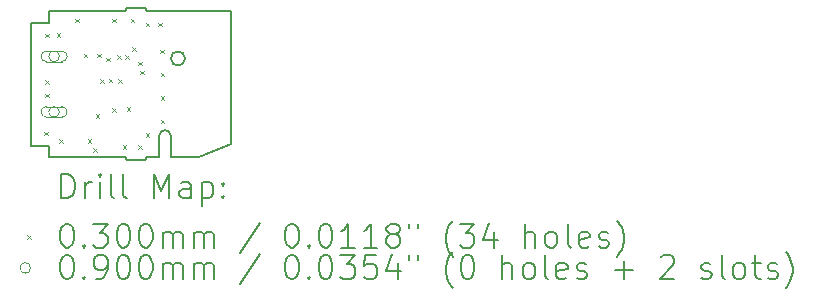
<source format=gbr>
%TF.GenerationSoftware,KiCad,Pcbnew,8.0.9-8.0.9-0~ubuntu22.04.1*%
%TF.CreationDate,2025-06-17T17:41:43-06:00*%
%TF.ProjectId,dongle,646f6e67-6c65-42e6-9b69-6361645f7063,rev?*%
%TF.SameCoordinates,Original*%
%TF.FileFunction,Drillmap*%
%TF.FilePolarity,Positive*%
%FSLAX45Y45*%
G04 Gerber Fmt 4.5, Leading zero omitted, Abs format (unit mm)*
G04 Created by KiCad (PCBNEW 8.0.9-8.0.9-0~ubuntu22.04.1) date 2025-06-17 17:41:43*
%MOMM*%
%LPD*%
G01*
G04 APERTURE LIST*
%ADD10C,0.150000*%
%ADD11C,0.200000*%
%ADD12C,0.100000*%
G04 APERTURE END LIST*
D10*
X14987500Y-8840000D02*
X14837500Y-8840000D01*
X15105000Y-9925000D02*
X15105000Y-10105000D01*
X14837500Y-10130000D02*
X14987500Y-10130000D01*
X14820000Y-8865000D02*
X14175000Y-8865000D01*
X14175000Y-10105000D02*
X14175000Y-10005000D01*
X14175000Y-10005000D02*
X14025000Y-10005000D01*
X15445000Y-10105000D02*
X15715000Y-9995000D01*
X15715000Y-8865000D02*
X15715000Y-9995000D01*
X15005000Y-8865000D02*
X14987500Y-8840000D01*
X15105000Y-8865000D02*
X15005001Y-8864999D01*
X15005000Y-10105000D02*
X15105000Y-10105000D01*
X14025000Y-8965000D02*
X14025000Y-10005000D01*
X14820000Y-10105000D02*
X14837500Y-10130000D01*
X14767500Y-10105000D02*
X14820000Y-10105000D01*
X14987500Y-10130000D02*
X15005000Y-10105000D01*
X15205000Y-9925000D02*
X15205000Y-10105000D01*
X15445000Y-10105000D02*
X15205000Y-10105000D01*
X14175000Y-8865000D02*
X14175000Y-8965000D01*
X14175000Y-8965000D02*
X14025000Y-8965000D01*
X15325000Y-9267500D02*
G75*
G02*
X15205000Y-9267500I-60000J0D01*
G01*
X15205000Y-9267500D02*
G75*
G02*
X15325000Y-9267500I60000J0D01*
G01*
X14837500Y-8840000D02*
X14820000Y-8865000D01*
X14175000Y-10105000D02*
X14767500Y-10105000D01*
X15715000Y-8865000D02*
X15105000Y-8865000D01*
X15105000Y-9925000D02*
G75*
G02*
X15205000Y-9925000I50000J0D01*
G01*
D11*
D12*
X14135000Y-9887500D02*
X14165000Y-9917500D01*
X14165000Y-9887500D02*
X14135000Y-9917500D01*
X14140000Y-9060000D02*
X14170000Y-9090000D01*
X14170000Y-9060000D02*
X14140000Y-9090000D01*
X14140000Y-9567500D02*
X14170000Y-9597500D01*
X14170000Y-9567500D02*
X14140000Y-9597500D01*
X14142500Y-9452500D02*
X14172500Y-9482500D01*
X14172500Y-9452500D02*
X14142500Y-9482500D01*
X14240000Y-9052500D02*
X14270000Y-9082500D01*
X14270000Y-9052500D02*
X14240000Y-9082500D01*
X14260000Y-9950000D02*
X14290000Y-9980000D01*
X14290000Y-9950000D02*
X14260000Y-9980000D01*
X14395000Y-8932500D02*
X14425000Y-8962500D01*
X14425000Y-8932500D02*
X14395000Y-8962500D01*
X14467500Y-9227500D02*
X14497500Y-9257500D01*
X14497500Y-9227500D02*
X14467500Y-9257500D01*
X14502500Y-9950000D02*
X14532500Y-9980000D01*
X14532500Y-9950000D02*
X14502500Y-9980000D01*
X14547500Y-10027500D02*
X14577500Y-10057500D01*
X14577500Y-10027500D02*
X14547500Y-10057500D01*
X14567500Y-9740000D02*
X14597500Y-9770000D01*
X14597500Y-9740000D02*
X14567500Y-9770000D01*
X14584000Y-9226000D02*
X14614000Y-9256000D01*
X14614000Y-9226000D02*
X14584000Y-9256000D01*
X14605000Y-9445000D02*
X14635000Y-9475000D01*
X14635000Y-9445000D02*
X14605000Y-9475000D01*
X14657500Y-9262500D02*
X14687500Y-9292500D01*
X14687500Y-9262500D02*
X14657500Y-9292500D01*
X14677500Y-9437500D02*
X14707500Y-9467500D01*
X14707500Y-9437500D02*
X14677500Y-9467500D01*
X14707500Y-8932500D02*
X14737500Y-8962500D01*
X14737500Y-8932500D02*
X14707500Y-8962500D01*
X14710000Y-9687500D02*
X14740000Y-9717500D01*
X14740000Y-9687500D02*
X14710000Y-9717500D01*
X14752500Y-9240000D02*
X14782500Y-9270000D01*
X14782500Y-9240000D02*
X14752500Y-9270000D01*
X14760000Y-9445000D02*
X14790000Y-9475000D01*
X14790000Y-9445000D02*
X14760000Y-9475000D01*
X14797500Y-10002500D02*
X14827500Y-10032500D01*
X14827500Y-10002500D02*
X14797500Y-10032500D01*
X14820000Y-9240000D02*
X14850000Y-9270000D01*
X14850000Y-9240000D02*
X14820000Y-9270000D01*
X14832500Y-9682500D02*
X14862500Y-9712500D01*
X14862500Y-9682500D02*
X14832500Y-9712500D01*
X14865000Y-8932500D02*
X14895000Y-8962500D01*
X14895000Y-8932500D02*
X14865000Y-8962500D01*
X14880000Y-9172500D02*
X14910000Y-9202500D01*
X14910000Y-9172500D02*
X14880000Y-9202500D01*
X14927500Y-9295000D02*
X14957500Y-9325000D01*
X14957500Y-9295000D02*
X14927500Y-9325000D01*
X14930000Y-10002500D02*
X14960000Y-10032500D01*
X14960000Y-10002500D02*
X14930000Y-10032500D01*
X14945000Y-9372500D02*
X14975000Y-9402500D01*
X14975000Y-9372500D02*
X14945000Y-9402500D01*
X14992500Y-8965000D02*
X15022500Y-8995000D01*
X15022500Y-8965000D02*
X14992500Y-8995000D01*
X14992500Y-9902500D02*
X15022500Y-9932500D01*
X15022500Y-9902500D02*
X14992500Y-9932500D01*
X15097500Y-8965000D02*
X15127500Y-8995000D01*
X15127500Y-8965000D02*
X15097500Y-8995000D01*
X15115000Y-9195000D02*
X15145000Y-9225000D01*
X15145000Y-9195000D02*
X15115000Y-9225000D01*
X15117500Y-9390000D02*
X15147500Y-9420000D01*
X15147500Y-9390000D02*
X15117500Y-9420000D01*
X15117500Y-9787500D02*
X15147500Y-9817500D01*
X15147500Y-9787500D02*
X15117500Y-9817500D01*
X15120000Y-9587500D02*
X15150000Y-9617500D01*
X15150000Y-9587500D02*
X15120000Y-9617500D01*
X14261349Y-9720000D02*
G75*
G02*
X14171349Y-9720000I-45000J0D01*
G01*
X14171349Y-9720000D02*
G75*
G02*
X14261349Y-9720000I45000J0D01*
G01*
X14151349Y-9765000D02*
X14281349Y-9765000D01*
X14281349Y-9675000D02*
G75*
G02*
X14281349Y-9765000I0J-45000D01*
G01*
X14281349Y-9675000D02*
X14151349Y-9675000D01*
X14151349Y-9675000D02*
G75*
G03*
X14151349Y-9765000I0J-45000D01*
G01*
X14261350Y-9250000D02*
G75*
G02*
X14171350Y-9250000I-45000J0D01*
G01*
X14171350Y-9250000D02*
G75*
G02*
X14261350Y-9250000I45000J0D01*
G01*
X14151350Y-9295000D02*
X14281350Y-9295000D01*
X14281350Y-9205000D02*
G75*
G02*
X14281350Y-9295000I0J-45000D01*
G01*
X14281350Y-9205000D02*
X14151350Y-9205000D01*
X14151350Y-9205000D02*
G75*
G03*
X14151350Y-9295000I0J-45000D01*
G01*
D11*
X14278277Y-10448984D02*
X14278277Y-10248984D01*
X14278277Y-10248984D02*
X14325896Y-10248984D01*
X14325896Y-10248984D02*
X14354467Y-10258508D01*
X14354467Y-10258508D02*
X14373515Y-10277555D01*
X14373515Y-10277555D02*
X14383039Y-10296603D01*
X14383039Y-10296603D02*
X14392562Y-10334698D01*
X14392562Y-10334698D02*
X14392562Y-10363270D01*
X14392562Y-10363270D02*
X14383039Y-10401365D01*
X14383039Y-10401365D02*
X14373515Y-10420412D01*
X14373515Y-10420412D02*
X14354467Y-10439460D01*
X14354467Y-10439460D02*
X14325896Y-10448984D01*
X14325896Y-10448984D02*
X14278277Y-10448984D01*
X14478277Y-10448984D02*
X14478277Y-10315650D01*
X14478277Y-10353746D02*
X14487801Y-10334698D01*
X14487801Y-10334698D02*
X14497324Y-10325174D01*
X14497324Y-10325174D02*
X14516372Y-10315650D01*
X14516372Y-10315650D02*
X14535420Y-10315650D01*
X14602086Y-10448984D02*
X14602086Y-10315650D01*
X14602086Y-10248984D02*
X14592562Y-10258508D01*
X14592562Y-10258508D02*
X14602086Y-10268031D01*
X14602086Y-10268031D02*
X14611610Y-10258508D01*
X14611610Y-10258508D02*
X14602086Y-10248984D01*
X14602086Y-10248984D02*
X14602086Y-10268031D01*
X14725896Y-10448984D02*
X14706848Y-10439460D01*
X14706848Y-10439460D02*
X14697324Y-10420412D01*
X14697324Y-10420412D02*
X14697324Y-10248984D01*
X14830658Y-10448984D02*
X14811610Y-10439460D01*
X14811610Y-10439460D02*
X14802086Y-10420412D01*
X14802086Y-10420412D02*
X14802086Y-10248984D01*
X15059229Y-10448984D02*
X15059229Y-10248984D01*
X15059229Y-10248984D02*
X15125896Y-10391841D01*
X15125896Y-10391841D02*
X15192562Y-10248984D01*
X15192562Y-10248984D02*
X15192562Y-10448984D01*
X15373515Y-10448984D02*
X15373515Y-10344222D01*
X15373515Y-10344222D02*
X15363991Y-10325174D01*
X15363991Y-10325174D02*
X15344943Y-10315650D01*
X15344943Y-10315650D02*
X15306848Y-10315650D01*
X15306848Y-10315650D02*
X15287801Y-10325174D01*
X15373515Y-10439460D02*
X15354467Y-10448984D01*
X15354467Y-10448984D02*
X15306848Y-10448984D01*
X15306848Y-10448984D02*
X15287801Y-10439460D01*
X15287801Y-10439460D02*
X15278277Y-10420412D01*
X15278277Y-10420412D02*
X15278277Y-10401365D01*
X15278277Y-10401365D02*
X15287801Y-10382317D01*
X15287801Y-10382317D02*
X15306848Y-10372793D01*
X15306848Y-10372793D02*
X15354467Y-10372793D01*
X15354467Y-10372793D02*
X15373515Y-10363270D01*
X15468753Y-10315650D02*
X15468753Y-10515650D01*
X15468753Y-10325174D02*
X15487801Y-10315650D01*
X15487801Y-10315650D02*
X15525896Y-10315650D01*
X15525896Y-10315650D02*
X15544943Y-10325174D01*
X15544943Y-10325174D02*
X15554467Y-10334698D01*
X15554467Y-10334698D02*
X15563991Y-10353746D01*
X15563991Y-10353746D02*
X15563991Y-10410889D01*
X15563991Y-10410889D02*
X15554467Y-10429936D01*
X15554467Y-10429936D02*
X15544943Y-10439460D01*
X15544943Y-10439460D02*
X15525896Y-10448984D01*
X15525896Y-10448984D02*
X15487801Y-10448984D01*
X15487801Y-10448984D02*
X15468753Y-10439460D01*
X15649705Y-10429936D02*
X15659229Y-10439460D01*
X15659229Y-10439460D02*
X15649705Y-10448984D01*
X15649705Y-10448984D02*
X15640182Y-10439460D01*
X15640182Y-10439460D02*
X15649705Y-10429936D01*
X15649705Y-10429936D02*
X15649705Y-10448984D01*
X15649705Y-10325174D02*
X15659229Y-10334698D01*
X15659229Y-10334698D02*
X15649705Y-10344222D01*
X15649705Y-10344222D02*
X15640182Y-10334698D01*
X15640182Y-10334698D02*
X15649705Y-10325174D01*
X15649705Y-10325174D02*
X15649705Y-10344222D01*
D12*
X13987500Y-10762500D02*
X14017500Y-10792500D01*
X14017500Y-10762500D02*
X13987500Y-10792500D01*
D11*
X14316372Y-10668984D02*
X14335420Y-10668984D01*
X14335420Y-10668984D02*
X14354467Y-10678508D01*
X14354467Y-10678508D02*
X14363991Y-10688031D01*
X14363991Y-10688031D02*
X14373515Y-10707079D01*
X14373515Y-10707079D02*
X14383039Y-10745174D01*
X14383039Y-10745174D02*
X14383039Y-10792793D01*
X14383039Y-10792793D02*
X14373515Y-10830889D01*
X14373515Y-10830889D02*
X14363991Y-10849936D01*
X14363991Y-10849936D02*
X14354467Y-10859460D01*
X14354467Y-10859460D02*
X14335420Y-10868984D01*
X14335420Y-10868984D02*
X14316372Y-10868984D01*
X14316372Y-10868984D02*
X14297324Y-10859460D01*
X14297324Y-10859460D02*
X14287801Y-10849936D01*
X14287801Y-10849936D02*
X14278277Y-10830889D01*
X14278277Y-10830889D02*
X14268753Y-10792793D01*
X14268753Y-10792793D02*
X14268753Y-10745174D01*
X14268753Y-10745174D02*
X14278277Y-10707079D01*
X14278277Y-10707079D02*
X14287801Y-10688031D01*
X14287801Y-10688031D02*
X14297324Y-10678508D01*
X14297324Y-10678508D02*
X14316372Y-10668984D01*
X14468753Y-10849936D02*
X14478277Y-10859460D01*
X14478277Y-10859460D02*
X14468753Y-10868984D01*
X14468753Y-10868984D02*
X14459229Y-10859460D01*
X14459229Y-10859460D02*
X14468753Y-10849936D01*
X14468753Y-10849936D02*
X14468753Y-10868984D01*
X14544943Y-10668984D02*
X14668753Y-10668984D01*
X14668753Y-10668984D02*
X14602086Y-10745174D01*
X14602086Y-10745174D02*
X14630658Y-10745174D01*
X14630658Y-10745174D02*
X14649705Y-10754698D01*
X14649705Y-10754698D02*
X14659229Y-10764222D01*
X14659229Y-10764222D02*
X14668753Y-10783270D01*
X14668753Y-10783270D02*
X14668753Y-10830889D01*
X14668753Y-10830889D02*
X14659229Y-10849936D01*
X14659229Y-10849936D02*
X14649705Y-10859460D01*
X14649705Y-10859460D02*
X14630658Y-10868984D01*
X14630658Y-10868984D02*
X14573515Y-10868984D01*
X14573515Y-10868984D02*
X14554467Y-10859460D01*
X14554467Y-10859460D02*
X14544943Y-10849936D01*
X14792562Y-10668984D02*
X14811610Y-10668984D01*
X14811610Y-10668984D02*
X14830658Y-10678508D01*
X14830658Y-10678508D02*
X14840182Y-10688031D01*
X14840182Y-10688031D02*
X14849705Y-10707079D01*
X14849705Y-10707079D02*
X14859229Y-10745174D01*
X14859229Y-10745174D02*
X14859229Y-10792793D01*
X14859229Y-10792793D02*
X14849705Y-10830889D01*
X14849705Y-10830889D02*
X14840182Y-10849936D01*
X14840182Y-10849936D02*
X14830658Y-10859460D01*
X14830658Y-10859460D02*
X14811610Y-10868984D01*
X14811610Y-10868984D02*
X14792562Y-10868984D01*
X14792562Y-10868984D02*
X14773515Y-10859460D01*
X14773515Y-10859460D02*
X14763991Y-10849936D01*
X14763991Y-10849936D02*
X14754467Y-10830889D01*
X14754467Y-10830889D02*
X14744943Y-10792793D01*
X14744943Y-10792793D02*
X14744943Y-10745174D01*
X14744943Y-10745174D02*
X14754467Y-10707079D01*
X14754467Y-10707079D02*
X14763991Y-10688031D01*
X14763991Y-10688031D02*
X14773515Y-10678508D01*
X14773515Y-10678508D02*
X14792562Y-10668984D01*
X14983039Y-10668984D02*
X15002086Y-10668984D01*
X15002086Y-10668984D02*
X15021134Y-10678508D01*
X15021134Y-10678508D02*
X15030658Y-10688031D01*
X15030658Y-10688031D02*
X15040182Y-10707079D01*
X15040182Y-10707079D02*
X15049705Y-10745174D01*
X15049705Y-10745174D02*
X15049705Y-10792793D01*
X15049705Y-10792793D02*
X15040182Y-10830889D01*
X15040182Y-10830889D02*
X15030658Y-10849936D01*
X15030658Y-10849936D02*
X15021134Y-10859460D01*
X15021134Y-10859460D02*
X15002086Y-10868984D01*
X15002086Y-10868984D02*
X14983039Y-10868984D01*
X14983039Y-10868984D02*
X14963991Y-10859460D01*
X14963991Y-10859460D02*
X14954467Y-10849936D01*
X14954467Y-10849936D02*
X14944943Y-10830889D01*
X14944943Y-10830889D02*
X14935420Y-10792793D01*
X14935420Y-10792793D02*
X14935420Y-10745174D01*
X14935420Y-10745174D02*
X14944943Y-10707079D01*
X14944943Y-10707079D02*
X14954467Y-10688031D01*
X14954467Y-10688031D02*
X14963991Y-10678508D01*
X14963991Y-10678508D02*
X14983039Y-10668984D01*
X15135420Y-10868984D02*
X15135420Y-10735650D01*
X15135420Y-10754698D02*
X15144943Y-10745174D01*
X15144943Y-10745174D02*
X15163991Y-10735650D01*
X15163991Y-10735650D02*
X15192563Y-10735650D01*
X15192563Y-10735650D02*
X15211610Y-10745174D01*
X15211610Y-10745174D02*
X15221134Y-10764222D01*
X15221134Y-10764222D02*
X15221134Y-10868984D01*
X15221134Y-10764222D02*
X15230658Y-10745174D01*
X15230658Y-10745174D02*
X15249705Y-10735650D01*
X15249705Y-10735650D02*
X15278277Y-10735650D01*
X15278277Y-10735650D02*
X15297324Y-10745174D01*
X15297324Y-10745174D02*
X15306848Y-10764222D01*
X15306848Y-10764222D02*
X15306848Y-10868984D01*
X15402086Y-10868984D02*
X15402086Y-10735650D01*
X15402086Y-10754698D02*
X15411610Y-10745174D01*
X15411610Y-10745174D02*
X15430658Y-10735650D01*
X15430658Y-10735650D02*
X15459229Y-10735650D01*
X15459229Y-10735650D02*
X15478277Y-10745174D01*
X15478277Y-10745174D02*
X15487801Y-10764222D01*
X15487801Y-10764222D02*
X15487801Y-10868984D01*
X15487801Y-10764222D02*
X15497324Y-10745174D01*
X15497324Y-10745174D02*
X15516372Y-10735650D01*
X15516372Y-10735650D02*
X15544943Y-10735650D01*
X15544943Y-10735650D02*
X15563991Y-10745174D01*
X15563991Y-10745174D02*
X15573515Y-10764222D01*
X15573515Y-10764222D02*
X15573515Y-10868984D01*
X15963991Y-10659460D02*
X15792563Y-10916603D01*
X16221134Y-10668984D02*
X16240182Y-10668984D01*
X16240182Y-10668984D02*
X16259229Y-10678508D01*
X16259229Y-10678508D02*
X16268753Y-10688031D01*
X16268753Y-10688031D02*
X16278277Y-10707079D01*
X16278277Y-10707079D02*
X16287801Y-10745174D01*
X16287801Y-10745174D02*
X16287801Y-10792793D01*
X16287801Y-10792793D02*
X16278277Y-10830889D01*
X16278277Y-10830889D02*
X16268753Y-10849936D01*
X16268753Y-10849936D02*
X16259229Y-10859460D01*
X16259229Y-10859460D02*
X16240182Y-10868984D01*
X16240182Y-10868984D02*
X16221134Y-10868984D01*
X16221134Y-10868984D02*
X16202086Y-10859460D01*
X16202086Y-10859460D02*
X16192563Y-10849936D01*
X16192563Y-10849936D02*
X16183039Y-10830889D01*
X16183039Y-10830889D02*
X16173515Y-10792793D01*
X16173515Y-10792793D02*
X16173515Y-10745174D01*
X16173515Y-10745174D02*
X16183039Y-10707079D01*
X16183039Y-10707079D02*
X16192563Y-10688031D01*
X16192563Y-10688031D02*
X16202086Y-10678508D01*
X16202086Y-10678508D02*
X16221134Y-10668984D01*
X16373515Y-10849936D02*
X16383039Y-10859460D01*
X16383039Y-10859460D02*
X16373515Y-10868984D01*
X16373515Y-10868984D02*
X16363991Y-10859460D01*
X16363991Y-10859460D02*
X16373515Y-10849936D01*
X16373515Y-10849936D02*
X16373515Y-10868984D01*
X16506848Y-10668984D02*
X16525896Y-10668984D01*
X16525896Y-10668984D02*
X16544944Y-10678508D01*
X16544944Y-10678508D02*
X16554467Y-10688031D01*
X16554467Y-10688031D02*
X16563991Y-10707079D01*
X16563991Y-10707079D02*
X16573515Y-10745174D01*
X16573515Y-10745174D02*
X16573515Y-10792793D01*
X16573515Y-10792793D02*
X16563991Y-10830889D01*
X16563991Y-10830889D02*
X16554467Y-10849936D01*
X16554467Y-10849936D02*
X16544944Y-10859460D01*
X16544944Y-10859460D02*
X16525896Y-10868984D01*
X16525896Y-10868984D02*
X16506848Y-10868984D01*
X16506848Y-10868984D02*
X16487801Y-10859460D01*
X16487801Y-10859460D02*
X16478277Y-10849936D01*
X16478277Y-10849936D02*
X16468753Y-10830889D01*
X16468753Y-10830889D02*
X16459229Y-10792793D01*
X16459229Y-10792793D02*
X16459229Y-10745174D01*
X16459229Y-10745174D02*
X16468753Y-10707079D01*
X16468753Y-10707079D02*
X16478277Y-10688031D01*
X16478277Y-10688031D02*
X16487801Y-10678508D01*
X16487801Y-10678508D02*
X16506848Y-10668984D01*
X16763991Y-10868984D02*
X16649706Y-10868984D01*
X16706848Y-10868984D02*
X16706848Y-10668984D01*
X16706848Y-10668984D02*
X16687801Y-10697555D01*
X16687801Y-10697555D02*
X16668753Y-10716603D01*
X16668753Y-10716603D02*
X16649706Y-10726127D01*
X16954468Y-10868984D02*
X16840182Y-10868984D01*
X16897325Y-10868984D02*
X16897325Y-10668984D01*
X16897325Y-10668984D02*
X16878277Y-10697555D01*
X16878277Y-10697555D02*
X16859229Y-10716603D01*
X16859229Y-10716603D02*
X16840182Y-10726127D01*
X17068753Y-10754698D02*
X17049706Y-10745174D01*
X17049706Y-10745174D02*
X17040182Y-10735650D01*
X17040182Y-10735650D02*
X17030658Y-10716603D01*
X17030658Y-10716603D02*
X17030658Y-10707079D01*
X17030658Y-10707079D02*
X17040182Y-10688031D01*
X17040182Y-10688031D02*
X17049706Y-10678508D01*
X17049706Y-10678508D02*
X17068753Y-10668984D01*
X17068753Y-10668984D02*
X17106849Y-10668984D01*
X17106849Y-10668984D02*
X17125896Y-10678508D01*
X17125896Y-10678508D02*
X17135420Y-10688031D01*
X17135420Y-10688031D02*
X17144944Y-10707079D01*
X17144944Y-10707079D02*
X17144944Y-10716603D01*
X17144944Y-10716603D02*
X17135420Y-10735650D01*
X17135420Y-10735650D02*
X17125896Y-10745174D01*
X17125896Y-10745174D02*
X17106849Y-10754698D01*
X17106849Y-10754698D02*
X17068753Y-10754698D01*
X17068753Y-10754698D02*
X17049706Y-10764222D01*
X17049706Y-10764222D02*
X17040182Y-10773746D01*
X17040182Y-10773746D02*
X17030658Y-10792793D01*
X17030658Y-10792793D02*
X17030658Y-10830889D01*
X17030658Y-10830889D02*
X17040182Y-10849936D01*
X17040182Y-10849936D02*
X17049706Y-10859460D01*
X17049706Y-10859460D02*
X17068753Y-10868984D01*
X17068753Y-10868984D02*
X17106849Y-10868984D01*
X17106849Y-10868984D02*
X17125896Y-10859460D01*
X17125896Y-10859460D02*
X17135420Y-10849936D01*
X17135420Y-10849936D02*
X17144944Y-10830889D01*
X17144944Y-10830889D02*
X17144944Y-10792793D01*
X17144944Y-10792793D02*
X17135420Y-10773746D01*
X17135420Y-10773746D02*
X17125896Y-10764222D01*
X17125896Y-10764222D02*
X17106849Y-10754698D01*
X17221134Y-10668984D02*
X17221134Y-10707079D01*
X17297325Y-10668984D02*
X17297325Y-10707079D01*
X17592563Y-10945174D02*
X17583039Y-10935650D01*
X17583039Y-10935650D02*
X17563991Y-10907079D01*
X17563991Y-10907079D02*
X17554468Y-10888031D01*
X17554468Y-10888031D02*
X17544944Y-10859460D01*
X17544944Y-10859460D02*
X17535420Y-10811841D01*
X17535420Y-10811841D02*
X17535420Y-10773746D01*
X17535420Y-10773746D02*
X17544944Y-10726127D01*
X17544944Y-10726127D02*
X17554468Y-10697555D01*
X17554468Y-10697555D02*
X17563991Y-10678508D01*
X17563991Y-10678508D02*
X17583039Y-10649936D01*
X17583039Y-10649936D02*
X17592563Y-10640412D01*
X17649706Y-10668984D02*
X17773515Y-10668984D01*
X17773515Y-10668984D02*
X17706849Y-10745174D01*
X17706849Y-10745174D02*
X17735420Y-10745174D01*
X17735420Y-10745174D02*
X17754468Y-10754698D01*
X17754468Y-10754698D02*
X17763991Y-10764222D01*
X17763991Y-10764222D02*
X17773515Y-10783270D01*
X17773515Y-10783270D02*
X17773515Y-10830889D01*
X17773515Y-10830889D02*
X17763991Y-10849936D01*
X17763991Y-10849936D02*
X17754468Y-10859460D01*
X17754468Y-10859460D02*
X17735420Y-10868984D01*
X17735420Y-10868984D02*
X17678277Y-10868984D01*
X17678277Y-10868984D02*
X17659230Y-10859460D01*
X17659230Y-10859460D02*
X17649706Y-10849936D01*
X17944944Y-10735650D02*
X17944944Y-10868984D01*
X17897325Y-10659460D02*
X17849706Y-10802317D01*
X17849706Y-10802317D02*
X17973515Y-10802317D01*
X18202087Y-10868984D02*
X18202087Y-10668984D01*
X18287801Y-10868984D02*
X18287801Y-10764222D01*
X18287801Y-10764222D02*
X18278277Y-10745174D01*
X18278277Y-10745174D02*
X18259230Y-10735650D01*
X18259230Y-10735650D02*
X18230658Y-10735650D01*
X18230658Y-10735650D02*
X18211611Y-10745174D01*
X18211611Y-10745174D02*
X18202087Y-10754698D01*
X18411611Y-10868984D02*
X18392563Y-10859460D01*
X18392563Y-10859460D02*
X18383039Y-10849936D01*
X18383039Y-10849936D02*
X18373515Y-10830889D01*
X18373515Y-10830889D02*
X18373515Y-10773746D01*
X18373515Y-10773746D02*
X18383039Y-10754698D01*
X18383039Y-10754698D02*
X18392563Y-10745174D01*
X18392563Y-10745174D02*
X18411611Y-10735650D01*
X18411611Y-10735650D02*
X18440182Y-10735650D01*
X18440182Y-10735650D02*
X18459230Y-10745174D01*
X18459230Y-10745174D02*
X18468753Y-10754698D01*
X18468753Y-10754698D02*
X18478277Y-10773746D01*
X18478277Y-10773746D02*
X18478277Y-10830889D01*
X18478277Y-10830889D02*
X18468753Y-10849936D01*
X18468753Y-10849936D02*
X18459230Y-10859460D01*
X18459230Y-10859460D02*
X18440182Y-10868984D01*
X18440182Y-10868984D02*
X18411611Y-10868984D01*
X18592563Y-10868984D02*
X18573515Y-10859460D01*
X18573515Y-10859460D02*
X18563992Y-10840412D01*
X18563992Y-10840412D02*
X18563992Y-10668984D01*
X18744944Y-10859460D02*
X18725896Y-10868984D01*
X18725896Y-10868984D02*
X18687801Y-10868984D01*
X18687801Y-10868984D02*
X18668753Y-10859460D01*
X18668753Y-10859460D02*
X18659230Y-10840412D01*
X18659230Y-10840412D02*
X18659230Y-10764222D01*
X18659230Y-10764222D02*
X18668753Y-10745174D01*
X18668753Y-10745174D02*
X18687801Y-10735650D01*
X18687801Y-10735650D02*
X18725896Y-10735650D01*
X18725896Y-10735650D02*
X18744944Y-10745174D01*
X18744944Y-10745174D02*
X18754468Y-10764222D01*
X18754468Y-10764222D02*
X18754468Y-10783270D01*
X18754468Y-10783270D02*
X18659230Y-10802317D01*
X18830658Y-10859460D02*
X18849706Y-10868984D01*
X18849706Y-10868984D02*
X18887801Y-10868984D01*
X18887801Y-10868984D02*
X18906849Y-10859460D01*
X18906849Y-10859460D02*
X18916373Y-10840412D01*
X18916373Y-10840412D02*
X18916373Y-10830889D01*
X18916373Y-10830889D02*
X18906849Y-10811841D01*
X18906849Y-10811841D02*
X18887801Y-10802317D01*
X18887801Y-10802317D02*
X18859230Y-10802317D01*
X18859230Y-10802317D02*
X18840182Y-10792793D01*
X18840182Y-10792793D02*
X18830658Y-10773746D01*
X18830658Y-10773746D02*
X18830658Y-10764222D01*
X18830658Y-10764222D02*
X18840182Y-10745174D01*
X18840182Y-10745174D02*
X18859230Y-10735650D01*
X18859230Y-10735650D02*
X18887801Y-10735650D01*
X18887801Y-10735650D02*
X18906849Y-10745174D01*
X18983039Y-10945174D02*
X18992563Y-10935650D01*
X18992563Y-10935650D02*
X19011611Y-10907079D01*
X19011611Y-10907079D02*
X19021134Y-10888031D01*
X19021134Y-10888031D02*
X19030658Y-10859460D01*
X19030658Y-10859460D02*
X19040182Y-10811841D01*
X19040182Y-10811841D02*
X19040182Y-10773746D01*
X19040182Y-10773746D02*
X19030658Y-10726127D01*
X19030658Y-10726127D02*
X19021134Y-10697555D01*
X19021134Y-10697555D02*
X19011611Y-10678508D01*
X19011611Y-10678508D02*
X18992563Y-10649936D01*
X18992563Y-10649936D02*
X18983039Y-10640412D01*
D12*
X14017500Y-11041500D02*
G75*
G02*
X13927500Y-11041500I-45000J0D01*
G01*
X13927500Y-11041500D02*
G75*
G02*
X14017500Y-11041500I45000J0D01*
G01*
D11*
X14316372Y-10932984D02*
X14335420Y-10932984D01*
X14335420Y-10932984D02*
X14354467Y-10942508D01*
X14354467Y-10942508D02*
X14363991Y-10952031D01*
X14363991Y-10952031D02*
X14373515Y-10971079D01*
X14373515Y-10971079D02*
X14383039Y-11009174D01*
X14383039Y-11009174D02*
X14383039Y-11056793D01*
X14383039Y-11056793D02*
X14373515Y-11094889D01*
X14373515Y-11094889D02*
X14363991Y-11113936D01*
X14363991Y-11113936D02*
X14354467Y-11123460D01*
X14354467Y-11123460D02*
X14335420Y-11132984D01*
X14335420Y-11132984D02*
X14316372Y-11132984D01*
X14316372Y-11132984D02*
X14297324Y-11123460D01*
X14297324Y-11123460D02*
X14287801Y-11113936D01*
X14287801Y-11113936D02*
X14278277Y-11094889D01*
X14278277Y-11094889D02*
X14268753Y-11056793D01*
X14268753Y-11056793D02*
X14268753Y-11009174D01*
X14268753Y-11009174D02*
X14278277Y-10971079D01*
X14278277Y-10971079D02*
X14287801Y-10952031D01*
X14287801Y-10952031D02*
X14297324Y-10942508D01*
X14297324Y-10942508D02*
X14316372Y-10932984D01*
X14468753Y-11113936D02*
X14478277Y-11123460D01*
X14478277Y-11123460D02*
X14468753Y-11132984D01*
X14468753Y-11132984D02*
X14459229Y-11123460D01*
X14459229Y-11123460D02*
X14468753Y-11113936D01*
X14468753Y-11113936D02*
X14468753Y-11132984D01*
X14573515Y-11132984D02*
X14611610Y-11132984D01*
X14611610Y-11132984D02*
X14630658Y-11123460D01*
X14630658Y-11123460D02*
X14640182Y-11113936D01*
X14640182Y-11113936D02*
X14659229Y-11085365D01*
X14659229Y-11085365D02*
X14668753Y-11047270D01*
X14668753Y-11047270D02*
X14668753Y-10971079D01*
X14668753Y-10971079D02*
X14659229Y-10952031D01*
X14659229Y-10952031D02*
X14649705Y-10942508D01*
X14649705Y-10942508D02*
X14630658Y-10932984D01*
X14630658Y-10932984D02*
X14592562Y-10932984D01*
X14592562Y-10932984D02*
X14573515Y-10942508D01*
X14573515Y-10942508D02*
X14563991Y-10952031D01*
X14563991Y-10952031D02*
X14554467Y-10971079D01*
X14554467Y-10971079D02*
X14554467Y-11018698D01*
X14554467Y-11018698D02*
X14563991Y-11037746D01*
X14563991Y-11037746D02*
X14573515Y-11047270D01*
X14573515Y-11047270D02*
X14592562Y-11056793D01*
X14592562Y-11056793D02*
X14630658Y-11056793D01*
X14630658Y-11056793D02*
X14649705Y-11047270D01*
X14649705Y-11047270D02*
X14659229Y-11037746D01*
X14659229Y-11037746D02*
X14668753Y-11018698D01*
X14792562Y-10932984D02*
X14811610Y-10932984D01*
X14811610Y-10932984D02*
X14830658Y-10942508D01*
X14830658Y-10942508D02*
X14840182Y-10952031D01*
X14840182Y-10952031D02*
X14849705Y-10971079D01*
X14849705Y-10971079D02*
X14859229Y-11009174D01*
X14859229Y-11009174D02*
X14859229Y-11056793D01*
X14859229Y-11056793D02*
X14849705Y-11094889D01*
X14849705Y-11094889D02*
X14840182Y-11113936D01*
X14840182Y-11113936D02*
X14830658Y-11123460D01*
X14830658Y-11123460D02*
X14811610Y-11132984D01*
X14811610Y-11132984D02*
X14792562Y-11132984D01*
X14792562Y-11132984D02*
X14773515Y-11123460D01*
X14773515Y-11123460D02*
X14763991Y-11113936D01*
X14763991Y-11113936D02*
X14754467Y-11094889D01*
X14754467Y-11094889D02*
X14744943Y-11056793D01*
X14744943Y-11056793D02*
X14744943Y-11009174D01*
X14744943Y-11009174D02*
X14754467Y-10971079D01*
X14754467Y-10971079D02*
X14763991Y-10952031D01*
X14763991Y-10952031D02*
X14773515Y-10942508D01*
X14773515Y-10942508D02*
X14792562Y-10932984D01*
X14983039Y-10932984D02*
X15002086Y-10932984D01*
X15002086Y-10932984D02*
X15021134Y-10942508D01*
X15021134Y-10942508D02*
X15030658Y-10952031D01*
X15030658Y-10952031D02*
X15040182Y-10971079D01*
X15040182Y-10971079D02*
X15049705Y-11009174D01*
X15049705Y-11009174D02*
X15049705Y-11056793D01*
X15049705Y-11056793D02*
X15040182Y-11094889D01*
X15040182Y-11094889D02*
X15030658Y-11113936D01*
X15030658Y-11113936D02*
X15021134Y-11123460D01*
X15021134Y-11123460D02*
X15002086Y-11132984D01*
X15002086Y-11132984D02*
X14983039Y-11132984D01*
X14983039Y-11132984D02*
X14963991Y-11123460D01*
X14963991Y-11123460D02*
X14954467Y-11113936D01*
X14954467Y-11113936D02*
X14944943Y-11094889D01*
X14944943Y-11094889D02*
X14935420Y-11056793D01*
X14935420Y-11056793D02*
X14935420Y-11009174D01*
X14935420Y-11009174D02*
X14944943Y-10971079D01*
X14944943Y-10971079D02*
X14954467Y-10952031D01*
X14954467Y-10952031D02*
X14963991Y-10942508D01*
X14963991Y-10942508D02*
X14983039Y-10932984D01*
X15135420Y-11132984D02*
X15135420Y-10999650D01*
X15135420Y-11018698D02*
X15144943Y-11009174D01*
X15144943Y-11009174D02*
X15163991Y-10999650D01*
X15163991Y-10999650D02*
X15192563Y-10999650D01*
X15192563Y-10999650D02*
X15211610Y-11009174D01*
X15211610Y-11009174D02*
X15221134Y-11028222D01*
X15221134Y-11028222D02*
X15221134Y-11132984D01*
X15221134Y-11028222D02*
X15230658Y-11009174D01*
X15230658Y-11009174D02*
X15249705Y-10999650D01*
X15249705Y-10999650D02*
X15278277Y-10999650D01*
X15278277Y-10999650D02*
X15297324Y-11009174D01*
X15297324Y-11009174D02*
X15306848Y-11028222D01*
X15306848Y-11028222D02*
X15306848Y-11132984D01*
X15402086Y-11132984D02*
X15402086Y-10999650D01*
X15402086Y-11018698D02*
X15411610Y-11009174D01*
X15411610Y-11009174D02*
X15430658Y-10999650D01*
X15430658Y-10999650D02*
X15459229Y-10999650D01*
X15459229Y-10999650D02*
X15478277Y-11009174D01*
X15478277Y-11009174D02*
X15487801Y-11028222D01*
X15487801Y-11028222D02*
X15487801Y-11132984D01*
X15487801Y-11028222D02*
X15497324Y-11009174D01*
X15497324Y-11009174D02*
X15516372Y-10999650D01*
X15516372Y-10999650D02*
X15544943Y-10999650D01*
X15544943Y-10999650D02*
X15563991Y-11009174D01*
X15563991Y-11009174D02*
X15573515Y-11028222D01*
X15573515Y-11028222D02*
X15573515Y-11132984D01*
X15963991Y-10923460D02*
X15792563Y-11180603D01*
X16221134Y-10932984D02*
X16240182Y-10932984D01*
X16240182Y-10932984D02*
X16259229Y-10942508D01*
X16259229Y-10942508D02*
X16268753Y-10952031D01*
X16268753Y-10952031D02*
X16278277Y-10971079D01*
X16278277Y-10971079D02*
X16287801Y-11009174D01*
X16287801Y-11009174D02*
X16287801Y-11056793D01*
X16287801Y-11056793D02*
X16278277Y-11094889D01*
X16278277Y-11094889D02*
X16268753Y-11113936D01*
X16268753Y-11113936D02*
X16259229Y-11123460D01*
X16259229Y-11123460D02*
X16240182Y-11132984D01*
X16240182Y-11132984D02*
X16221134Y-11132984D01*
X16221134Y-11132984D02*
X16202086Y-11123460D01*
X16202086Y-11123460D02*
X16192563Y-11113936D01*
X16192563Y-11113936D02*
X16183039Y-11094889D01*
X16183039Y-11094889D02*
X16173515Y-11056793D01*
X16173515Y-11056793D02*
X16173515Y-11009174D01*
X16173515Y-11009174D02*
X16183039Y-10971079D01*
X16183039Y-10971079D02*
X16192563Y-10952031D01*
X16192563Y-10952031D02*
X16202086Y-10942508D01*
X16202086Y-10942508D02*
X16221134Y-10932984D01*
X16373515Y-11113936D02*
X16383039Y-11123460D01*
X16383039Y-11123460D02*
X16373515Y-11132984D01*
X16373515Y-11132984D02*
X16363991Y-11123460D01*
X16363991Y-11123460D02*
X16373515Y-11113936D01*
X16373515Y-11113936D02*
X16373515Y-11132984D01*
X16506848Y-10932984D02*
X16525896Y-10932984D01*
X16525896Y-10932984D02*
X16544944Y-10942508D01*
X16544944Y-10942508D02*
X16554467Y-10952031D01*
X16554467Y-10952031D02*
X16563991Y-10971079D01*
X16563991Y-10971079D02*
X16573515Y-11009174D01*
X16573515Y-11009174D02*
X16573515Y-11056793D01*
X16573515Y-11056793D02*
X16563991Y-11094889D01*
X16563991Y-11094889D02*
X16554467Y-11113936D01*
X16554467Y-11113936D02*
X16544944Y-11123460D01*
X16544944Y-11123460D02*
X16525896Y-11132984D01*
X16525896Y-11132984D02*
X16506848Y-11132984D01*
X16506848Y-11132984D02*
X16487801Y-11123460D01*
X16487801Y-11123460D02*
X16478277Y-11113936D01*
X16478277Y-11113936D02*
X16468753Y-11094889D01*
X16468753Y-11094889D02*
X16459229Y-11056793D01*
X16459229Y-11056793D02*
X16459229Y-11009174D01*
X16459229Y-11009174D02*
X16468753Y-10971079D01*
X16468753Y-10971079D02*
X16478277Y-10952031D01*
X16478277Y-10952031D02*
X16487801Y-10942508D01*
X16487801Y-10942508D02*
X16506848Y-10932984D01*
X16640182Y-10932984D02*
X16763991Y-10932984D01*
X16763991Y-10932984D02*
X16697325Y-11009174D01*
X16697325Y-11009174D02*
X16725896Y-11009174D01*
X16725896Y-11009174D02*
X16744944Y-11018698D01*
X16744944Y-11018698D02*
X16754467Y-11028222D01*
X16754467Y-11028222D02*
X16763991Y-11047270D01*
X16763991Y-11047270D02*
X16763991Y-11094889D01*
X16763991Y-11094889D02*
X16754467Y-11113936D01*
X16754467Y-11113936D02*
X16744944Y-11123460D01*
X16744944Y-11123460D02*
X16725896Y-11132984D01*
X16725896Y-11132984D02*
X16668753Y-11132984D01*
X16668753Y-11132984D02*
X16649706Y-11123460D01*
X16649706Y-11123460D02*
X16640182Y-11113936D01*
X16944944Y-10932984D02*
X16849706Y-10932984D01*
X16849706Y-10932984D02*
X16840182Y-11028222D01*
X16840182Y-11028222D02*
X16849706Y-11018698D01*
X16849706Y-11018698D02*
X16868753Y-11009174D01*
X16868753Y-11009174D02*
X16916372Y-11009174D01*
X16916372Y-11009174D02*
X16935420Y-11018698D01*
X16935420Y-11018698D02*
X16944944Y-11028222D01*
X16944944Y-11028222D02*
X16954468Y-11047270D01*
X16954468Y-11047270D02*
X16954468Y-11094889D01*
X16954468Y-11094889D02*
X16944944Y-11113936D01*
X16944944Y-11113936D02*
X16935420Y-11123460D01*
X16935420Y-11123460D02*
X16916372Y-11132984D01*
X16916372Y-11132984D02*
X16868753Y-11132984D01*
X16868753Y-11132984D02*
X16849706Y-11123460D01*
X16849706Y-11123460D02*
X16840182Y-11113936D01*
X17125896Y-10999650D02*
X17125896Y-11132984D01*
X17078277Y-10923460D02*
X17030658Y-11066317D01*
X17030658Y-11066317D02*
X17154468Y-11066317D01*
X17221134Y-10932984D02*
X17221134Y-10971079D01*
X17297325Y-10932984D02*
X17297325Y-10971079D01*
X17592563Y-11209174D02*
X17583039Y-11199650D01*
X17583039Y-11199650D02*
X17563991Y-11171079D01*
X17563991Y-11171079D02*
X17554468Y-11152031D01*
X17554468Y-11152031D02*
X17544944Y-11123460D01*
X17544944Y-11123460D02*
X17535420Y-11075841D01*
X17535420Y-11075841D02*
X17535420Y-11037746D01*
X17535420Y-11037746D02*
X17544944Y-10990127D01*
X17544944Y-10990127D02*
X17554468Y-10961555D01*
X17554468Y-10961555D02*
X17563991Y-10942508D01*
X17563991Y-10942508D02*
X17583039Y-10913936D01*
X17583039Y-10913936D02*
X17592563Y-10904412D01*
X17706849Y-10932984D02*
X17725896Y-10932984D01*
X17725896Y-10932984D02*
X17744944Y-10942508D01*
X17744944Y-10942508D02*
X17754468Y-10952031D01*
X17754468Y-10952031D02*
X17763991Y-10971079D01*
X17763991Y-10971079D02*
X17773515Y-11009174D01*
X17773515Y-11009174D02*
X17773515Y-11056793D01*
X17773515Y-11056793D02*
X17763991Y-11094889D01*
X17763991Y-11094889D02*
X17754468Y-11113936D01*
X17754468Y-11113936D02*
X17744944Y-11123460D01*
X17744944Y-11123460D02*
X17725896Y-11132984D01*
X17725896Y-11132984D02*
X17706849Y-11132984D01*
X17706849Y-11132984D02*
X17687801Y-11123460D01*
X17687801Y-11123460D02*
X17678277Y-11113936D01*
X17678277Y-11113936D02*
X17668753Y-11094889D01*
X17668753Y-11094889D02*
X17659230Y-11056793D01*
X17659230Y-11056793D02*
X17659230Y-11009174D01*
X17659230Y-11009174D02*
X17668753Y-10971079D01*
X17668753Y-10971079D02*
X17678277Y-10952031D01*
X17678277Y-10952031D02*
X17687801Y-10942508D01*
X17687801Y-10942508D02*
X17706849Y-10932984D01*
X18011611Y-11132984D02*
X18011611Y-10932984D01*
X18097325Y-11132984D02*
X18097325Y-11028222D01*
X18097325Y-11028222D02*
X18087801Y-11009174D01*
X18087801Y-11009174D02*
X18068753Y-10999650D01*
X18068753Y-10999650D02*
X18040182Y-10999650D01*
X18040182Y-10999650D02*
X18021134Y-11009174D01*
X18021134Y-11009174D02*
X18011611Y-11018698D01*
X18221134Y-11132984D02*
X18202087Y-11123460D01*
X18202087Y-11123460D02*
X18192563Y-11113936D01*
X18192563Y-11113936D02*
X18183039Y-11094889D01*
X18183039Y-11094889D02*
X18183039Y-11037746D01*
X18183039Y-11037746D02*
X18192563Y-11018698D01*
X18192563Y-11018698D02*
X18202087Y-11009174D01*
X18202087Y-11009174D02*
X18221134Y-10999650D01*
X18221134Y-10999650D02*
X18249706Y-10999650D01*
X18249706Y-10999650D02*
X18268753Y-11009174D01*
X18268753Y-11009174D02*
X18278277Y-11018698D01*
X18278277Y-11018698D02*
X18287801Y-11037746D01*
X18287801Y-11037746D02*
X18287801Y-11094889D01*
X18287801Y-11094889D02*
X18278277Y-11113936D01*
X18278277Y-11113936D02*
X18268753Y-11123460D01*
X18268753Y-11123460D02*
X18249706Y-11132984D01*
X18249706Y-11132984D02*
X18221134Y-11132984D01*
X18402087Y-11132984D02*
X18383039Y-11123460D01*
X18383039Y-11123460D02*
X18373515Y-11104412D01*
X18373515Y-11104412D02*
X18373515Y-10932984D01*
X18554468Y-11123460D02*
X18535420Y-11132984D01*
X18535420Y-11132984D02*
X18497325Y-11132984D01*
X18497325Y-11132984D02*
X18478277Y-11123460D01*
X18478277Y-11123460D02*
X18468753Y-11104412D01*
X18468753Y-11104412D02*
X18468753Y-11028222D01*
X18468753Y-11028222D02*
X18478277Y-11009174D01*
X18478277Y-11009174D02*
X18497325Y-10999650D01*
X18497325Y-10999650D02*
X18535420Y-10999650D01*
X18535420Y-10999650D02*
X18554468Y-11009174D01*
X18554468Y-11009174D02*
X18563992Y-11028222D01*
X18563992Y-11028222D02*
X18563992Y-11047270D01*
X18563992Y-11047270D02*
X18468753Y-11066317D01*
X18640182Y-11123460D02*
X18659230Y-11132984D01*
X18659230Y-11132984D02*
X18697325Y-11132984D01*
X18697325Y-11132984D02*
X18716373Y-11123460D01*
X18716373Y-11123460D02*
X18725896Y-11104412D01*
X18725896Y-11104412D02*
X18725896Y-11094889D01*
X18725896Y-11094889D02*
X18716373Y-11075841D01*
X18716373Y-11075841D02*
X18697325Y-11066317D01*
X18697325Y-11066317D02*
X18668753Y-11066317D01*
X18668753Y-11066317D02*
X18649706Y-11056793D01*
X18649706Y-11056793D02*
X18640182Y-11037746D01*
X18640182Y-11037746D02*
X18640182Y-11028222D01*
X18640182Y-11028222D02*
X18649706Y-11009174D01*
X18649706Y-11009174D02*
X18668753Y-10999650D01*
X18668753Y-10999650D02*
X18697325Y-10999650D01*
X18697325Y-10999650D02*
X18716373Y-11009174D01*
X18963992Y-11056793D02*
X19116373Y-11056793D01*
X19040182Y-11132984D02*
X19040182Y-10980603D01*
X19354468Y-10952031D02*
X19363992Y-10942508D01*
X19363992Y-10942508D02*
X19383039Y-10932984D01*
X19383039Y-10932984D02*
X19430658Y-10932984D01*
X19430658Y-10932984D02*
X19449706Y-10942508D01*
X19449706Y-10942508D02*
X19459230Y-10952031D01*
X19459230Y-10952031D02*
X19468754Y-10971079D01*
X19468754Y-10971079D02*
X19468754Y-10990127D01*
X19468754Y-10990127D02*
X19459230Y-11018698D01*
X19459230Y-11018698D02*
X19344944Y-11132984D01*
X19344944Y-11132984D02*
X19468754Y-11132984D01*
X19697325Y-11123460D02*
X19716373Y-11132984D01*
X19716373Y-11132984D02*
X19754468Y-11132984D01*
X19754468Y-11132984D02*
X19773516Y-11123460D01*
X19773516Y-11123460D02*
X19783039Y-11104412D01*
X19783039Y-11104412D02*
X19783039Y-11094889D01*
X19783039Y-11094889D02*
X19773516Y-11075841D01*
X19773516Y-11075841D02*
X19754468Y-11066317D01*
X19754468Y-11066317D02*
X19725896Y-11066317D01*
X19725896Y-11066317D02*
X19706849Y-11056793D01*
X19706849Y-11056793D02*
X19697325Y-11037746D01*
X19697325Y-11037746D02*
X19697325Y-11028222D01*
X19697325Y-11028222D02*
X19706849Y-11009174D01*
X19706849Y-11009174D02*
X19725896Y-10999650D01*
X19725896Y-10999650D02*
X19754468Y-10999650D01*
X19754468Y-10999650D02*
X19773516Y-11009174D01*
X19897325Y-11132984D02*
X19878277Y-11123460D01*
X19878277Y-11123460D02*
X19868754Y-11104412D01*
X19868754Y-11104412D02*
X19868754Y-10932984D01*
X20002087Y-11132984D02*
X19983039Y-11123460D01*
X19983039Y-11123460D02*
X19973516Y-11113936D01*
X19973516Y-11113936D02*
X19963992Y-11094889D01*
X19963992Y-11094889D02*
X19963992Y-11037746D01*
X19963992Y-11037746D02*
X19973516Y-11018698D01*
X19973516Y-11018698D02*
X19983039Y-11009174D01*
X19983039Y-11009174D02*
X20002087Y-10999650D01*
X20002087Y-10999650D02*
X20030658Y-10999650D01*
X20030658Y-10999650D02*
X20049706Y-11009174D01*
X20049706Y-11009174D02*
X20059230Y-11018698D01*
X20059230Y-11018698D02*
X20068754Y-11037746D01*
X20068754Y-11037746D02*
X20068754Y-11094889D01*
X20068754Y-11094889D02*
X20059230Y-11113936D01*
X20059230Y-11113936D02*
X20049706Y-11123460D01*
X20049706Y-11123460D02*
X20030658Y-11132984D01*
X20030658Y-11132984D02*
X20002087Y-11132984D01*
X20125897Y-10999650D02*
X20202087Y-10999650D01*
X20154468Y-10932984D02*
X20154468Y-11104412D01*
X20154468Y-11104412D02*
X20163992Y-11123460D01*
X20163992Y-11123460D02*
X20183039Y-11132984D01*
X20183039Y-11132984D02*
X20202087Y-11132984D01*
X20259230Y-11123460D02*
X20278277Y-11132984D01*
X20278277Y-11132984D02*
X20316373Y-11132984D01*
X20316373Y-11132984D02*
X20335420Y-11123460D01*
X20335420Y-11123460D02*
X20344944Y-11104412D01*
X20344944Y-11104412D02*
X20344944Y-11094889D01*
X20344944Y-11094889D02*
X20335420Y-11075841D01*
X20335420Y-11075841D02*
X20316373Y-11066317D01*
X20316373Y-11066317D02*
X20287801Y-11066317D01*
X20287801Y-11066317D02*
X20268754Y-11056793D01*
X20268754Y-11056793D02*
X20259230Y-11037746D01*
X20259230Y-11037746D02*
X20259230Y-11028222D01*
X20259230Y-11028222D02*
X20268754Y-11009174D01*
X20268754Y-11009174D02*
X20287801Y-10999650D01*
X20287801Y-10999650D02*
X20316373Y-10999650D01*
X20316373Y-10999650D02*
X20335420Y-11009174D01*
X20411611Y-11209174D02*
X20421135Y-11199650D01*
X20421135Y-11199650D02*
X20440182Y-11171079D01*
X20440182Y-11171079D02*
X20449706Y-11152031D01*
X20449706Y-11152031D02*
X20459230Y-11123460D01*
X20459230Y-11123460D02*
X20468754Y-11075841D01*
X20468754Y-11075841D02*
X20468754Y-11037746D01*
X20468754Y-11037746D02*
X20459230Y-10990127D01*
X20459230Y-10990127D02*
X20449706Y-10961555D01*
X20449706Y-10961555D02*
X20440182Y-10942508D01*
X20440182Y-10942508D02*
X20421135Y-10913936D01*
X20421135Y-10913936D02*
X20411611Y-10904412D01*
M02*

</source>
